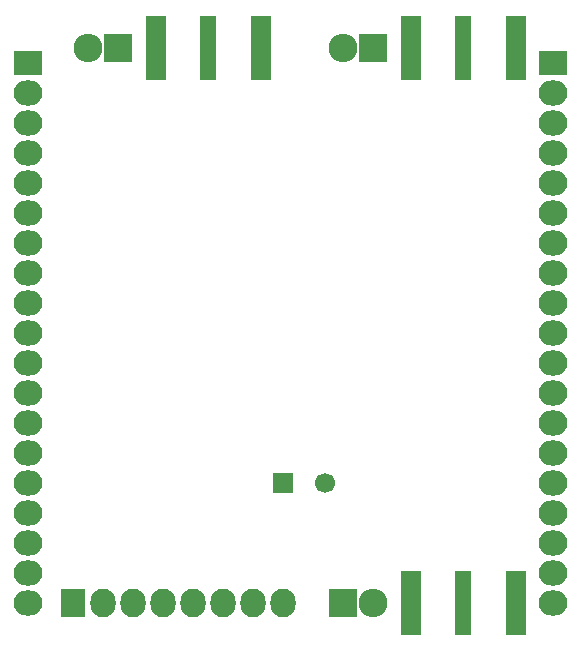
<source format=gbr>
G04 #@! TF.FileFunction,Soldermask,Top*
%FSLAX46Y46*%
G04 Gerber Fmt 4.6, Leading zero omitted, Abs format (unit mm)*
G04 Created by KiCad (PCBNEW 4.0.3+e1-6302~38~ubuntu16.04.1-stable) date Fri Aug 26 17:17:46 2016*
%MOMM*%
%LPD*%
G01*
G04 APERTURE LIST*
%ADD10C,0.100000*%
%ADD11R,2.432000X2.127200*%
%ADD12O,2.432000X2.127200*%
%ADD13R,2.432000X2.432000*%
%ADD14O,2.432000X2.432000*%
%ADD15R,2.127200X2.432000*%
%ADD16O,2.127200X2.432000*%
%ADD17R,1.670000X5.480000*%
%ADD18R,1.416000X5.480000*%
%ADD19C,1.700000*%
%ADD20R,1.700000X1.700000*%
G04 APERTURE END LIST*
D10*
D11*
X60960000Y-88900000D03*
D12*
X60960000Y-91440000D03*
X60960000Y-93980000D03*
X60960000Y-96520000D03*
X60960000Y-99060000D03*
X60960000Y-101600000D03*
X60960000Y-104140000D03*
X60960000Y-106680000D03*
X60960000Y-109220000D03*
X60960000Y-111760000D03*
X60960000Y-114300000D03*
X60960000Y-116840000D03*
X60960000Y-119380000D03*
X60960000Y-121920000D03*
X60960000Y-124460000D03*
X60960000Y-127000000D03*
X60960000Y-129540000D03*
X60960000Y-132080000D03*
X60960000Y-134620000D03*
D13*
X87630000Y-134620000D03*
D14*
X90170000Y-134620000D03*
D15*
X64770000Y-134620000D03*
D16*
X67310000Y-134620000D03*
X69850000Y-134620000D03*
X72390000Y-134620000D03*
X74930000Y-134620000D03*
X77470000Y-134620000D03*
X80010000Y-134620000D03*
X82550000Y-134620000D03*
D17*
X93345000Y-134620000D03*
X102235000Y-134620000D03*
D18*
X97790000Y-134620000D03*
D13*
X68580000Y-87630000D03*
D14*
X66040000Y-87630000D03*
D13*
X90170000Y-87630000D03*
D14*
X87630000Y-87630000D03*
D17*
X102235000Y-87630000D03*
X93345000Y-87630000D03*
D18*
X97790000Y-87630000D03*
D17*
X80645000Y-87630000D03*
X71755000Y-87630000D03*
D18*
X76200000Y-87630000D03*
D11*
X105410000Y-88900000D03*
D12*
X105410000Y-91440000D03*
X105410000Y-93980000D03*
X105410000Y-96520000D03*
X105410000Y-99060000D03*
X105410000Y-101600000D03*
X105410000Y-104140000D03*
X105410000Y-106680000D03*
X105410000Y-109220000D03*
X105410000Y-111760000D03*
X105410000Y-114300000D03*
X105410000Y-116840000D03*
X105410000Y-119380000D03*
X105410000Y-121920000D03*
X105410000Y-124460000D03*
X105410000Y-127000000D03*
X105410000Y-129540000D03*
X105410000Y-132080000D03*
X105410000Y-134620000D03*
D19*
X86050000Y-124460000D03*
D20*
X82550000Y-124460000D03*
M02*

</source>
